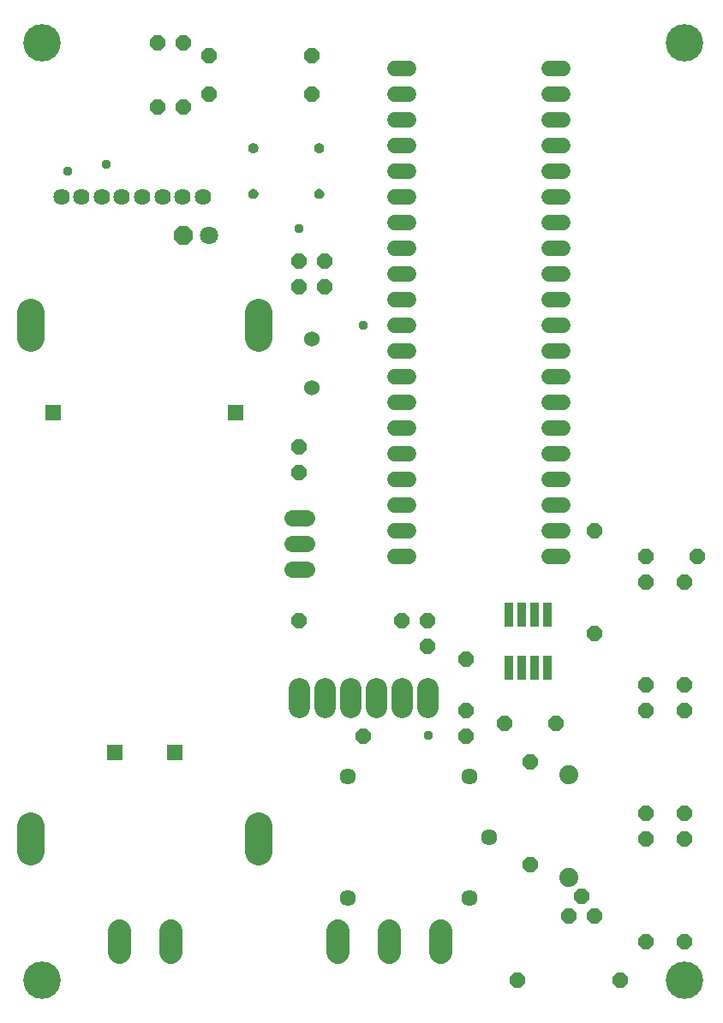
<source format=gbr>
G04 EAGLE Gerber RS-274X export*
G75*
%MOMM*%
%FSLAX34Y34*%
%LPD*%
%INSoldermask Top*%
%IPPOS*%
%AMOC8*
5,1,8,0,0,1.08239X$1,22.5*%
G01*
%ADD10C,3.703200*%
%ADD11C,2.743200*%
%ADD12R,1.511200X1.511200*%
%ADD13C,2.298700*%
%ADD14C,1.611200*%
%ADD15P,1.649562X8X22.500000*%
%ADD16C,1.879600*%
%ADD17P,1.649562X8X292.500000*%
%ADD18R,0.812800X2.413000*%
%ADD19P,1.649562X8X202.500000*%
%ADD20P,1.649562X8X112.500000*%
%ADD21C,1.524000*%
%ADD22C,1.524000*%
%ADD23C,2.082800*%
%ADD24C,1.625600*%
%ADD25P,1.951982X8X202.500000*%
%ADD26C,1.803400*%
%ADD27C,1.625600*%
%ADD28C,0.959600*%

G36*
X312969Y855918D02*
X312969Y855918D01*
X313017Y855932D01*
X313107Y855950D01*
X314016Y856271D01*
X314060Y856296D01*
X314144Y856333D01*
X314959Y856848D01*
X314996Y856882D01*
X315069Y856937D01*
X315749Y857621D01*
X315778Y857662D01*
X315837Y857732D01*
X316348Y858550D01*
X316366Y858597D01*
X316409Y858678D01*
X316724Y859589D01*
X316732Y859639D01*
X316756Y859728D01*
X316861Y860686D01*
X316858Y860716D01*
X316864Y860755D01*
X316864Y860856D01*
X316859Y860884D01*
X316861Y860920D01*
X316762Y861893D01*
X316749Y861942D01*
X316732Y862032D01*
X316420Y862959D01*
X316395Y863003D01*
X316360Y863088D01*
X315849Y863922D01*
X315815Y863960D01*
X315761Y864034D01*
X315077Y864734D01*
X315036Y864763D01*
X314967Y864823D01*
X314145Y865353D01*
X314098Y865373D01*
X314018Y865417D01*
X313098Y865750D01*
X313049Y865759D01*
X312960Y865784D01*
X311989Y865904D01*
X311979Y865904D01*
X311967Y865907D01*
X311664Y865934D01*
X311614Y865929D01*
X311515Y865929D01*
X310558Y865787D01*
X310510Y865771D01*
X310420Y865751D01*
X309518Y865399D01*
X309475Y865373D01*
X309393Y865333D01*
X308592Y864790D01*
X308556Y864754D01*
X308484Y864697D01*
X307824Y863989D01*
X307797Y863947D01*
X307740Y863875D01*
X307254Y863038D01*
X307237Y862990D01*
X307197Y862907D01*
X306910Y861983D01*
X306904Y861933D01*
X306883Y861843D01*
X306817Y860978D01*
X306815Y860970D01*
X306815Y860952D01*
X306812Y860911D01*
X306808Y860882D01*
X306808Y860830D01*
X306813Y860803D01*
X306916Y859836D01*
X306930Y859788D01*
X306947Y859697D01*
X307266Y858767D01*
X307291Y858723D01*
X307327Y858638D01*
X307846Y857802D01*
X307879Y857765D01*
X307934Y857691D01*
X308625Y856991D01*
X308667Y856962D01*
X308736Y856901D01*
X309566Y856373D01*
X309613Y856354D01*
X309694Y856311D01*
X310621Y855980D01*
X310671Y855972D01*
X310759Y855948D01*
X311712Y855835D01*
X311816Y855815D01*
X311820Y855815D01*
X311823Y855813D01*
X312011Y855807D01*
X312969Y855918D01*
G37*
G36*
X247945Y855893D02*
X247945Y855893D01*
X247993Y855907D01*
X248083Y855925D01*
X248992Y856246D01*
X249036Y856271D01*
X249120Y856308D01*
X249935Y856823D01*
X249972Y856857D01*
X250045Y856912D01*
X250725Y857596D01*
X250754Y857637D01*
X250813Y857707D01*
X251324Y858525D01*
X251342Y858572D01*
X251385Y858653D01*
X251700Y859564D01*
X251708Y859614D01*
X251732Y859703D01*
X251837Y860661D01*
X251834Y860691D01*
X251840Y860730D01*
X251840Y860831D01*
X251835Y860859D01*
X251837Y860895D01*
X251738Y861868D01*
X251725Y861917D01*
X251708Y862007D01*
X251396Y862934D01*
X251371Y862978D01*
X251336Y863063D01*
X250825Y863897D01*
X250791Y863935D01*
X250737Y864009D01*
X250053Y864709D01*
X250012Y864738D01*
X249943Y864798D01*
X249121Y865328D01*
X249074Y865348D01*
X248994Y865392D01*
X248074Y865725D01*
X248025Y865734D01*
X247936Y865759D01*
X246965Y865879D01*
X246955Y865879D01*
X246943Y865882D01*
X246640Y865909D01*
X246590Y865904D01*
X246491Y865904D01*
X245534Y865762D01*
X245486Y865746D01*
X245396Y865726D01*
X244494Y865374D01*
X244451Y865348D01*
X244369Y865308D01*
X243568Y864765D01*
X243532Y864729D01*
X243460Y864672D01*
X242800Y863964D01*
X242773Y863922D01*
X242716Y863850D01*
X242230Y863013D01*
X242213Y862965D01*
X242173Y862882D01*
X241886Y861958D01*
X241880Y861908D01*
X241859Y861818D01*
X241793Y860953D01*
X241791Y860945D01*
X241791Y860927D01*
X241788Y860886D01*
X241784Y860857D01*
X241784Y860805D01*
X241789Y860778D01*
X241892Y859811D01*
X241906Y859763D01*
X241923Y859672D01*
X242242Y858742D01*
X242267Y858698D01*
X242303Y858613D01*
X242822Y857777D01*
X242855Y857740D01*
X242910Y857666D01*
X243601Y856966D01*
X243643Y856937D01*
X243712Y856876D01*
X244542Y856348D01*
X244589Y856329D01*
X244670Y856286D01*
X245597Y855955D01*
X245647Y855947D01*
X245735Y855923D01*
X246688Y855810D01*
X246792Y855790D01*
X246796Y855790D01*
X246799Y855788D01*
X246987Y855782D01*
X247945Y855893D01*
G37*
G36*
X247945Y810655D02*
X247945Y810655D01*
X247993Y810669D01*
X248083Y810687D01*
X248992Y811008D01*
X249036Y811033D01*
X249120Y811070D01*
X249935Y811585D01*
X249972Y811619D01*
X250045Y811674D01*
X250725Y812358D01*
X250754Y812399D01*
X250813Y812469D01*
X251324Y813287D01*
X251342Y813334D01*
X251385Y813415D01*
X251700Y814326D01*
X251708Y814376D01*
X251732Y814465D01*
X251837Y815423D01*
X251834Y815453D01*
X251840Y815492D01*
X251840Y815593D01*
X251835Y815621D01*
X251837Y815657D01*
X251738Y816630D01*
X251725Y816679D01*
X251708Y816769D01*
X251396Y817696D01*
X251371Y817740D01*
X251336Y817825D01*
X250825Y818659D01*
X250791Y818697D01*
X250737Y818771D01*
X250053Y819471D01*
X250012Y819500D01*
X249943Y819560D01*
X249121Y820090D01*
X249074Y820110D01*
X248994Y820154D01*
X248074Y820487D01*
X248025Y820496D01*
X247936Y820521D01*
X246965Y820641D01*
X246955Y820641D01*
X246943Y820644D01*
X246640Y820671D01*
X246590Y820666D01*
X246491Y820666D01*
X245534Y820524D01*
X245486Y820508D01*
X245396Y820488D01*
X244494Y820136D01*
X244451Y820110D01*
X244369Y820070D01*
X243568Y819527D01*
X243532Y819491D01*
X243460Y819434D01*
X242800Y818726D01*
X242773Y818684D01*
X242716Y818612D01*
X242230Y817775D01*
X242213Y817727D01*
X242173Y817644D01*
X241886Y816720D01*
X241880Y816670D01*
X241859Y816580D01*
X241793Y815715D01*
X241791Y815707D01*
X241791Y815689D01*
X241788Y815648D01*
X241784Y815619D01*
X241784Y815567D01*
X241789Y815540D01*
X241892Y814573D01*
X241906Y814525D01*
X241923Y814434D01*
X242242Y813504D01*
X242267Y813460D01*
X242303Y813375D01*
X242822Y812539D01*
X242855Y812502D01*
X242910Y812428D01*
X243601Y811728D01*
X243643Y811699D01*
X243712Y811638D01*
X244542Y811110D01*
X244589Y811091D01*
X244670Y811048D01*
X245597Y810717D01*
X245647Y810709D01*
X245735Y810685D01*
X246688Y810572D01*
X246792Y810552D01*
X246796Y810552D01*
X246799Y810550D01*
X246987Y810544D01*
X247945Y810655D01*
G37*
G36*
X313020Y810630D02*
X313020Y810630D01*
X313068Y810644D01*
X313158Y810662D01*
X314067Y810983D01*
X314111Y811008D01*
X314195Y811045D01*
X315010Y811560D01*
X315047Y811594D01*
X315120Y811649D01*
X315800Y812333D01*
X315829Y812374D01*
X315888Y812444D01*
X316399Y813262D01*
X316417Y813309D01*
X316460Y813390D01*
X316775Y814301D01*
X316783Y814351D01*
X316807Y814440D01*
X316912Y815398D01*
X316909Y815428D01*
X316915Y815467D01*
X316915Y815568D01*
X316910Y815596D01*
X316912Y815632D01*
X316813Y816605D01*
X316800Y816654D01*
X316783Y816744D01*
X316471Y817671D01*
X316446Y817715D01*
X316411Y817800D01*
X315900Y818634D01*
X315866Y818672D01*
X315812Y818746D01*
X315128Y819446D01*
X315087Y819475D01*
X315018Y819535D01*
X314196Y820065D01*
X314149Y820085D01*
X314069Y820129D01*
X313149Y820462D01*
X313100Y820471D01*
X313011Y820496D01*
X312040Y820616D01*
X312030Y820616D01*
X312018Y820619D01*
X311715Y820646D01*
X311665Y820641D01*
X311566Y820641D01*
X310609Y820499D01*
X310561Y820483D01*
X310471Y820463D01*
X309569Y820111D01*
X309526Y820085D01*
X309444Y820045D01*
X308643Y819502D01*
X308607Y819466D01*
X308535Y819409D01*
X307875Y818701D01*
X307848Y818659D01*
X307791Y818587D01*
X307305Y817750D01*
X307288Y817702D01*
X307248Y817619D01*
X306961Y816695D01*
X306955Y816645D01*
X306934Y816555D01*
X306868Y815690D01*
X306866Y815682D01*
X306866Y815664D01*
X306863Y815623D01*
X306859Y815594D01*
X306859Y815542D01*
X306864Y815515D01*
X306967Y814548D01*
X306981Y814500D01*
X306998Y814409D01*
X307317Y813479D01*
X307342Y813435D01*
X307378Y813350D01*
X307897Y812514D01*
X307930Y812477D01*
X307985Y812403D01*
X308676Y811703D01*
X308718Y811674D01*
X308787Y811613D01*
X309617Y811085D01*
X309664Y811066D01*
X309745Y811023D01*
X310672Y810692D01*
X310722Y810684D01*
X310810Y810660D01*
X311763Y810547D01*
X311867Y810527D01*
X311871Y810527D01*
X311874Y810525D01*
X312062Y810519D01*
X313020Y810630D01*
G37*
D10*
X673100Y965200D03*
X38100Y965200D03*
X38100Y38100D03*
X673100Y38100D03*
D11*
X27178Y165100D02*
X27178Y190500D01*
X252222Y190500D02*
X252222Y165100D01*
X252222Y673100D02*
X252222Y698500D01*
X27178Y698500D02*
X27178Y673100D01*
D12*
X169000Y263300D03*
X110000Y263300D03*
X49000Y599300D03*
X229000Y599300D03*
D13*
X114300Y86678D02*
X114300Y65723D01*
X165100Y65723D02*
X165100Y86678D01*
D14*
X340300Y239000D03*
X460300Y119000D03*
X480300Y179000D03*
X340300Y119000D03*
X460300Y239000D03*
D15*
X584200Y101600D03*
X571500Y120650D03*
X558800Y101600D03*
D16*
X558800Y139700D03*
X558800Y241300D03*
D17*
X584200Y482600D03*
X584200Y381000D03*
D18*
X499110Y347218D03*
X511810Y347218D03*
X524510Y347218D03*
X537210Y347218D03*
X537210Y399542D03*
X524510Y399542D03*
X511810Y399542D03*
X499110Y399542D03*
D13*
X330200Y86678D02*
X330200Y65723D01*
X381000Y65723D02*
X381000Y86678D01*
X431800Y86678D02*
X431800Y65723D01*
D19*
X609600Y38100D03*
X508000Y38100D03*
D20*
X635000Y76200D03*
X635000Y177800D03*
D17*
X673100Y177800D03*
X673100Y76200D03*
D20*
X673100Y203200D03*
X673100Y304800D03*
D17*
X635000Y304800D03*
X635000Y203200D03*
D20*
X635000Y330200D03*
X635000Y431800D03*
D17*
X673100Y431800D03*
X673100Y330200D03*
D19*
X685800Y457200D03*
X635000Y457200D03*
D17*
X520700Y254000D03*
X520700Y152400D03*
D19*
X457200Y279400D03*
X355600Y279400D03*
D15*
X495300Y292100D03*
X546100Y292100D03*
D20*
X457200Y304800D03*
X457200Y355600D03*
D21*
X400304Y939800D02*
X387096Y939800D01*
X387096Y914400D02*
X400304Y914400D01*
X400304Y889000D02*
X387096Y889000D01*
X387096Y863600D02*
X400304Y863600D01*
X400304Y838200D02*
X387096Y838200D01*
X387096Y812800D02*
X400304Y812800D01*
X400304Y787400D02*
X387096Y787400D01*
X387096Y762000D02*
X400304Y762000D01*
X400304Y736600D02*
X387096Y736600D01*
X387096Y711200D02*
X400304Y711200D01*
X400304Y685800D02*
X387096Y685800D01*
X387096Y660400D02*
X400304Y660400D01*
X400304Y635000D02*
X387096Y635000D01*
X387096Y609600D02*
X400304Y609600D01*
X400304Y584200D02*
X387096Y584200D01*
X387096Y558800D02*
X400304Y558800D01*
X400304Y533400D02*
X387096Y533400D01*
X387096Y508000D02*
X400304Y508000D01*
X400304Y482600D02*
X387096Y482600D01*
X387096Y457200D02*
X400304Y457200D01*
X539496Y457200D02*
X552704Y457200D01*
X552704Y482600D02*
X539496Y482600D01*
X539496Y508000D02*
X552704Y508000D01*
X552704Y533400D02*
X539496Y533400D01*
X539496Y558800D02*
X552704Y558800D01*
X552704Y584200D02*
X539496Y584200D01*
X539496Y609600D02*
X552704Y609600D01*
X552704Y635000D02*
X539496Y635000D01*
X539496Y660400D02*
X552704Y660400D01*
X552704Y685800D02*
X539496Y685800D01*
X539496Y711200D02*
X552704Y711200D01*
X552704Y736600D02*
X539496Y736600D01*
X539496Y762000D02*
X552704Y762000D01*
X552704Y787400D02*
X539496Y787400D01*
X539496Y812800D02*
X552704Y812800D01*
X552704Y838200D02*
X539496Y838200D01*
X539496Y863600D02*
X552704Y863600D01*
X552704Y889000D02*
X539496Y889000D01*
X539496Y914400D02*
X552704Y914400D01*
X552704Y939800D02*
X539496Y939800D01*
D22*
X304800Y623570D03*
X304800Y671830D03*
D17*
X292100Y749300D03*
X292100Y723900D03*
D20*
X292100Y539750D03*
X292100Y565150D03*
D15*
X292100Y393700D03*
X393700Y393700D03*
D20*
X317500Y723900D03*
X317500Y749300D03*
X419100Y368300D03*
X419100Y393700D03*
D23*
X419100Y326898D02*
X419100Y308102D01*
X393700Y308102D02*
X393700Y326898D01*
X368300Y326898D02*
X368300Y308102D01*
X342900Y308102D02*
X342900Y326898D01*
X317500Y326898D02*
X317500Y308102D01*
X292100Y308102D02*
X292100Y326898D01*
D24*
X299212Y444500D02*
X284988Y444500D01*
X284988Y469900D02*
X299212Y469900D01*
X299212Y495300D02*
X284988Y495300D01*
D25*
X177800Y774700D03*
D26*
X203200Y774700D03*
D27*
X197000Y812800D03*
X177000Y812800D03*
X157000Y812800D03*
X137000Y812800D03*
X117000Y812800D03*
X97000Y812800D03*
X77000Y812800D03*
X57000Y812800D03*
D19*
X304800Y914400D03*
X203200Y914400D03*
D15*
X152400Y901700D03*
X177800Y901700D03*
X152400Y965200D03*
X177800Y965200D03*
D19*
X304800Y952500D03*
X203200Y952500D03*
D28*
X101600Y844550D03*
X63500Y838200D03*
X419500Y279800D03*
X292100Y781050D03*
X355600Y685800D03*
M02*

</source>
